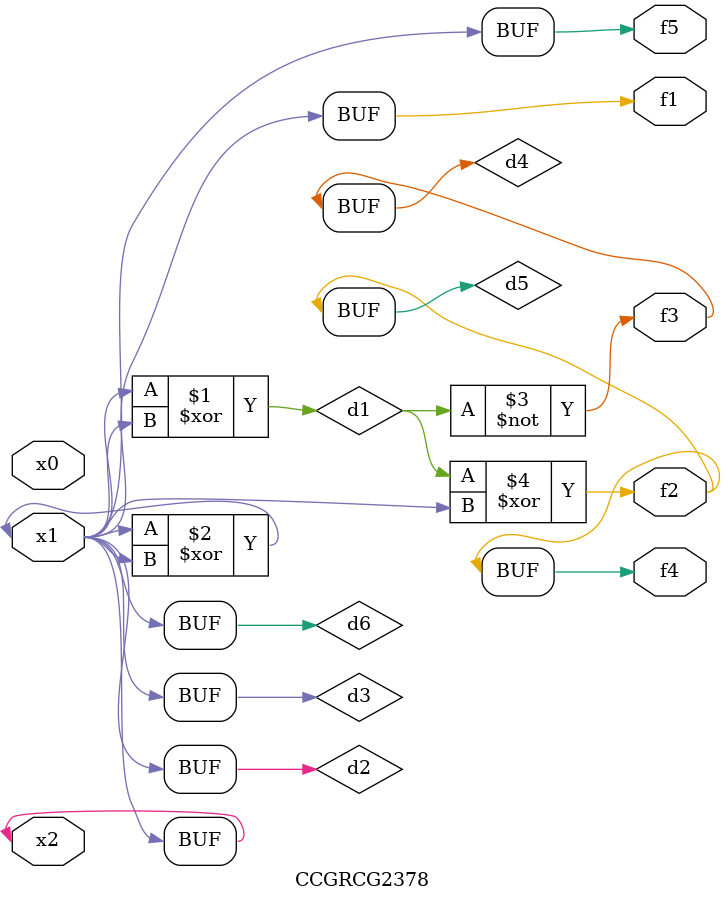
<source format=v>
module CCGRCG2378(
	input x0, x1, x2,
	output f1, f2, f3, f4, f5
);

	wire d1, d2, d3, d4, d5, d6;

	xor (d1, x1, x2);
	buf (d2, x1, x2);
	xor (d3, x1, x2);
	nor (d4, d1);
	xor (d5, d1, d2);
	buf (d6, d2, d3);
	assign f1 = d6;
	assign f2 = d5;
	assign f3 = d4;
	assign f4 = d5;
	assign f5 = d6;
endmodule

</source>
